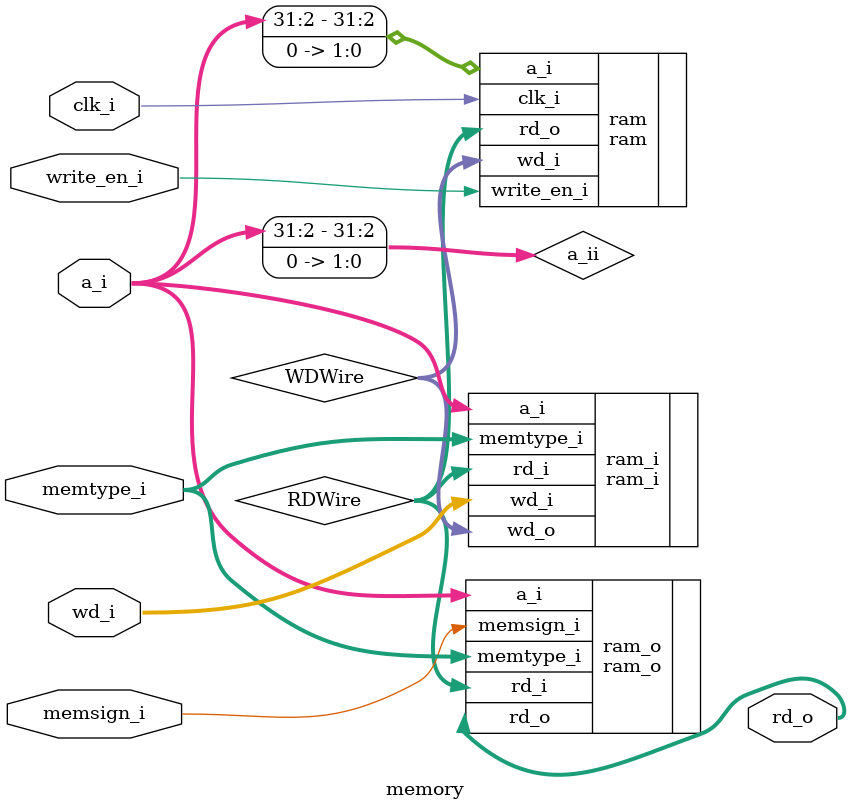
<source format=sv>
module memory # (
    parameter WIDTH = 32
              
)(
    input  logic                     write_en_i,
    input  logic                     clk_i,
    input  logic     [1:0]           memtype_i,
    input  logic                     memsign_i,
    input  logic     [WIDTH-1:0]     wd_i,
    input  logic     [WIDTH-1:0]     a_i,
    output logic     [WIDTH-1:0]     rd_o

);

logic [WIDTH-1:0] WDWire;
logic [WIDTH-1:0] RDWire;
logic [WIDTH-1:0] a_ii;
assign a_ii = {{a_i[31:2]}, {2'b0}};

ram_i ram_i (
    .memtype_i(memtype_i),
    .a_i(a_i),
    .rd_i(RDWire),
    .wd_i(wd_i),
    .wd_o(WDWire)
    
);

ram ram(
    .write_en_i(write_en_i),
    .clk_i(clk_i),
    .a_i(a_ii),
    .wd_i(WDWire),
    .rd_o(RDWire)

);

ram_o ram_o(
    .memtype_i(memtype_i),
    .memsign_i(memsign_i),
    .a_i(a_i),
    .rd_i(RDWire),
    .rd_o(rd_o)
    

);

endmodule

</source>
